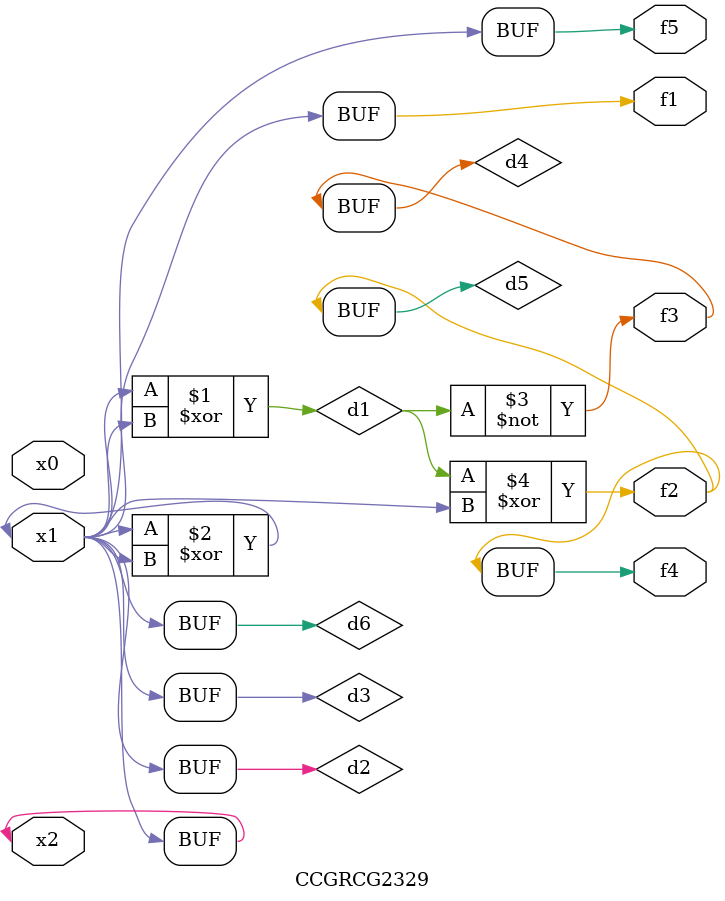
<source format=v>
module CCGRCG2329(
	input x0, x1, x2,
	output f1, f2, f3, f4, f5
);

	wire d1, d2, d3, d4, d5, d6;

	xor (d1, x1, x2);
	buf (d2, x1, x2);
	xor (d3, x1, x2);
	nor (d4, d1);
	xor (d5, d1, d2);
	buf (d6, d2, d3);
	assign f1 = d6;
	assign f2 = d5;
	assign f3 = d4;
	assign f4 = d5;
	assign f5 = d6;
endmodule

</source>
